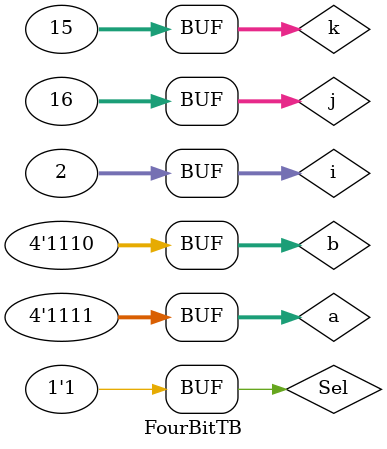
<source format=v>
`timescale 1ns / 1ps
module FourBitTB(
    );
	 
	 	 
	 reg[3:0] a, b;
	 reg Sel;
	 
	 wire[3:0] Sum;
	 wire C1, C2, C3, C4;
	 
	 FullAdder adder1(Sum[0], C1, a[0], (b[0] ^ Sel), Sel);
	 FullAdder adder2(Sum[1], C2, a[1], (b[1] ^ Sel), C1);
	 FullAdder adder3(Sum[2], C3, a[2], (b[2] ^ Sel), C2);
	 FullAdder adder4(Sum[3], C4, a[3], (b[3] ^ Sel), C3);
	 
	 integer i, j ,k;
	 
	 
		initial 
		begin
		
		for (i = 0; i < 2; i = i + 1)
			begin
				Sel = i;
				
				for (j = 0; j < 16; j = j + 1)
				begin
					a = j;
					
					for (k = 0; k < j; k = k + 1)
					begin
						b = k;
						#100;
					end	
				end
			end
		end
	

endmodule

</source>
